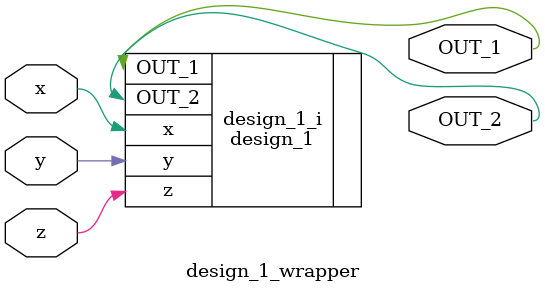
<source format=v>
`timescale 1 ps / 1 ps

module design_1_wrapper
   (OUT_1,
    OUT_2,
    x,
    y,
    z);
  output OUT_1;
  output OUT_2;
  input x;
  input y;
  input z;

  wire OUT_1;
  wire OUT_2;
  wire x;
  wire y;
  wire z;

  design_1 design_1_i
       (.OUT_1(OUT_1),
        .OUT_2(OUT_2),
        .x(x),
        .y(y),
        .z(z));
endmodule

</source>
